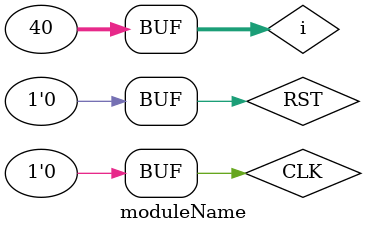
<source format=v>
module moduleName ();

reg CLK;
wire [31:0] OUT;
reg RST;
integer i;
SingleCpu SingleCpu1 (.CLK(CLK), .RST(RST), .OUT(OUT));

initial begin
    RST = 1;
    CLK = 0;
    #50;
    CLK = 1;
    #50
    RST = 0;
    CLK = 0;
    #50
    for(i=0; i<40; i=i+1) begin
        CLK = 1;
        #50
        CLK = 0;
        #50;
    end


end


// always begin
//     #6 CLK=0;
//     #4 CLK=1;
// end

    
endmodule
</source>
